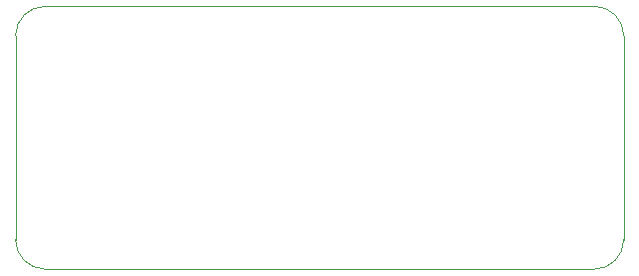
<source format=gbr>
G04 #@! TF.GenerationSoftware,KiCad,Pcbnew,5.1.5*
G04 #@! TF.CreationDate,2020-01-06T16:37:44-06:00*
G04 #@! TF.ProjectId,ATGM336H,4154474d-3333-4364-982e-6b696361645f,rev?*
G04 #@! TF.SameCoordinates,Original*
G04 #@! TF.FileFunction,Profile,NP*
%FSLAX46Y46*%
G04 Gerber Fmt 4.6, Leading zero omitted, Abs format (unit mm)*
G04 Created by KiCad (PCBNEW 5.1.5) date 2020-01-06 16:37:44*
%MOMM*%
%LPD*%
G04 APERTURE LIST*
%ADD10C,0.050000*%
G04 APERTURE END LIST*
D10*
X105250000Y-56250000D02*
G75*
G02X107750000Y-53750000I2500000J0D01*
G01*
X107750000Y-76000000D02*
G75*
G02X105250000Y-73500000I0J2500000D01*
G01*
X156750000Y-73500000D02*
G75*
G02X154250000Y-76000000I-2500000J0D01*
G01*
X154250000Y-53750000D02*
G75*
G02X156750000Y-56250000I0J-2500000D01*
G01*
X156750000Y-73500000D02*
X156750000Y-56250000D01*
X107750000Y-76000000D02*
X154250000Y-76000000D01*
X105250000Y-56250000D02*
X105250000Y-73500000D01*
X154250000Y-53750000D02*
X107750000Y-53750000D01*
M02*

</source>
